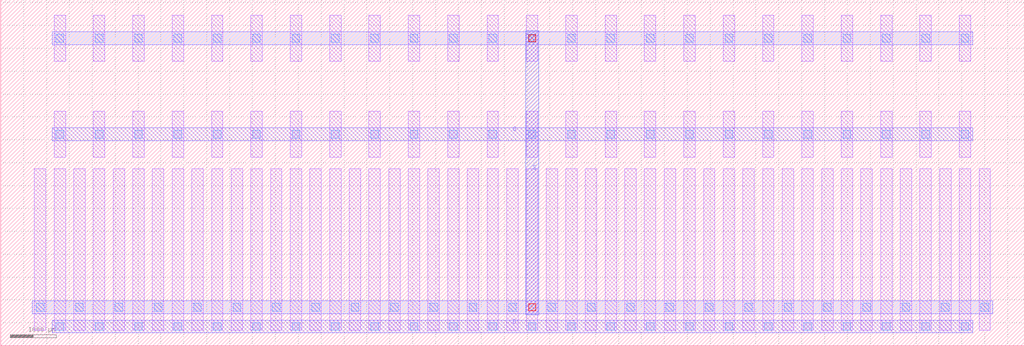
<source format=lef>
MACRO PMOS_S_69344976_X24_Y1
  UNITS 
    DATABASE MICRONS UNITS 1000;
  END UNITS 
  ORIGIN 0 0 ;
  FOREIGN PMOS_S_69344976_X24_Y1 0 0 ;
  SIZE 22360 BY 7560 ;
  PIN D
    DIRECTION INOUT ;
    USE SIGNAL ;
    PORT
      LAYER M2 ;
        RECT 1120 280 21240 560 ;
    END
  END D
  PIN G
    DIRECTION INOUT ;
    USE SIGNAL ;
    PORT
      LAYER M2 ;
        RECT 1120 4480 21240 4760 ;
    END
  END G
  PIN S
    DIRECTION INOUT ;
    USE SIGNAL ;
    PORT
      LAYER M3 ;
        RECT 11470 680 11750 6880 ;
    END
  END S
  OBS
    LAYER M1 ;
      RECT 1165 335 1415 3865 ;
    LAYER M1 ;
      RECT 1165 4115 1415 5125 ;
    LAYER M1 ;
      RECT 1165 6215 1415 7225 ;
    LAYER M1 ;
      RECT 735 335 985 3865 ;
    LAYER M1 ;
      RECT 1595 335 1845 3865 ;
    LAYER M1 ;
      RECT 2025 335 2275 3865 ;
    LAYER M1 ;
      RECT 2025 4115 2275 5125 ;
    LAYER M1 ;
      RECT 2025 6215 2275 7225 ;
    LAYER M1 ;
      RECT 2455 335 2705 3865 ;
    LAYER M1 ;
      RECT 2885 335 3135 3865 ;
    LAYER M1 ;
      RECT 2885 4115 3135 5125 ;
    LAYER M1 ;
      RECT 2885 6215 3135 7225 ;
    LAYER M1 ;
      RECT 3315 335 3565 3865 ;
    LAYER M1 ;
      RECT 3745 335 3995 3865 ;
    LAYER M1 ;
      RECT 3745 4115 3995 5125 ;
    LAYER M1 ;
      RECT 3745 6215 3995 7225 ;
    LAYER M1 ;
      RECT 4175 335 4425 3865 ;
    LAYER M1 ;
      RECT 4605 335 4855 3865 ;
    LAYER M1 ;
      RECT 4605 4115 4855 5125 ;
    LAYER M1 ;
      RECT 4605 6215 4855 7225 ;
    LAYER M1 ;
      RECT 5035 335 5285 3865 ;
    LAYER M1 ;
      RECT 5465 335 5715 3865 ;
    LAYER M1 ;
      RECT 5465 4115 5715 5125 ;
    LAYER M1 ;
      RECT 5465 6215 5715 7225 ;
    LAYER M1 ;
      RECT 5895 335 6145 3865 ;
    LAYER M1 ;
      RECT 6325 335 6575 3865 ;
    LAYER M1 ;
      RECT 6325 4115 6575 5125 ;
    LAYER M1 ;
      RECT 6325 6215 6575 7225 ;
    LAYER M1 ;
      RECT 6755 335 7005 3865 ;
    LAYER M1 ;
      RECT 7185 335 7435 3865 ;
    LAYER M1 ;
      RECT 7185 4115 7435 5125 ;
    LAYER M1 ;
      RECT 7185 6215 7435 7225 ;
    LAYER M1 ;
      RECT 7615 335 7865 3865 ;
    LAYER M1 ;
      RECT 8045 335 8295 3865 ;
    LAYER M1 ;
      RECT 8045 4115 8295 5125 ;
    LAYER M1 ;
      RECT 8045 6215 8295 7225 ;
    LAYER M1 ;
      RECT 8475 335 8725 3865 ;
    LAYER M1 ;
      RECT 8905 335 9155 3865 ;
    LAYER M1 ;
      RECT 8905 4115 9155 5125 ;
    LAYER M1 ;
      RECT 8905 6215 9155 7225 ;
    LAYER M1 ;
      RECT 9335 335 9585 3865 ;
    LAYER M1 ;
      RECT 9765 335 10015 3865 ;
    LAYER M1 ;
      RECT 9765 4115 10015 5125 ;
    LAYER M1 ;
      RECT 9765 6215 10015 7225 ;
    LAYER M1 ;
      RECT 10195 335 10445 3865 ;
    LAYER M1 ;
      RECT 10625 335 10875 3865 ;
    LAYER M1 ;
      RECT 10625 4115 10875 5125 ;
    LAYER M1 ;
      RECT 10625 6215 10875 7225 ;
    LAYER M1 ;
      RECT 11055 335 11305 3865 ;
    LAYER M1 ;
      RECT 11485 335 11735 3865 ;
    LAYER M1 ;
      RECT 11485 4115 11735 5125 ;
    LAYER M1 ;
      RECT 11485 6215 11735 7225 ;
    LAYER M1 ;
      RECT 11915 335 12165 3865 ;
    LAYER M1 ;
      RECT 12345 335 12595 3865 ;
    LAYER M1 ;
      RECT 12345 4115 12595 5125 ;
    LAYER M1 ;
      RECT 12345 6215 12595 7225 ;
    LAYER M1 ;
      RECT 12775 335 13025 3865 ;
    LAYER M1 ;
      RECT 13205 335 13455 3865 ;
    LAYER M1 ;
      RECT 13205 4115 13455 5125 ;
    LAYER M1 ;
      RECT 13205 6215 13455 7225 ;
    LAYER M1 ;
      RECT 13635 335 13885 3865 ;
    LAYER M1 ;
      RECT 14065 335 14315 3865 ;
    LAYER M1 ;
      RECT 14065 4115 14315 5125 ;
    LAYER M1 ;
      RECT 14065 6215 14315 7225 ;
    LAYER M1 ;
      RECT 14495 335 14745 3865 ;
    LAYER M1 ;
      RECT 14925 335 15175 3865 ;
    LAYER M1 ;
      RECT 14925 4115 15175 5125 ;
    LAYER M1 ;
      RECT 14925 6215 15175 7225 ;
    LAYER M1 ;
      RECT 15355 335 15605 3865 ;
    LAYER M1 ;
      RECT 15785 335 16035 3865 ;
    LAYER M1 ;
      RECT 15785 4115 16035 5125 ;
    LAYER M1 ;
      RECT 15785 6215 16035 7225 ;
    LAYER M1 ;
      RECT 16215 335 16465 3865 ;
    LAYER M1 ;
      RECT 16645 335 16895 3865 ;
    LAYER M1 ;
      RECT 16645 4115 16895 5125 ;
    LAYER M1 ;
      RECT 16645 6215 16895 7225 ;
    LAYER M1 ;
      RECT 17075 335 17325 3865 ;
    LAYER M1 ;
      RECT 17505 335 17755 3865 ;
    LAYER M1 ;
      RECT 17505 4115 17755 5125 ;
    LAYER M1 ;
      RECT 17505 6215 17755 7225 ;
    LAYER M1 ;
      RECT 17935 335 18185 3865 ;
    LAYER M1 ;
      RECT 18365 335 18615 3865 ;
    LAYER M1 ;
      RECT 18365 4115 18615 5125 ;
    LAYER M1 ;
      RECT 18365 6215 18615 7225 ;
    LAYER M1 ;
      RECT 18795 335 19045 3865 ;
    LAYER M1 ;
      RECT 19225 335 19475 3865 ;
    LAYER M1 ;
      RECT 19225 4115 19475 5125 ;
    LAYER M1 ;
      RECT 19225 6215 19475 7225 ;
    LAYER M1 ;
      RECT 19655 335 19905 3865 ;
    LAYER M1 ;
      RECT 20085 335 20335 3865 ;
    LAYER M1 ;
      RECT 20085 4115 20335 5125 ;
    LAYER M1 ;
      RECT 20085 6215 20335 7225 ;
    LAYER M1 ;
      RECT 20515 335 20765 3865 ;
    LAYER M1 ;
      RECT 20945 335 21195 3865 ;
    LAYER M1 ;
      RECT 20945 4115 21195 5125 ;
    LAYER M1 ;
      RECT 20945 6215 21195 7225 ;
    LAYER M1 ;
      RECT 21375 335 21625 3865 ;
    LAYER M2 ;
      RECT 1120 6580 21240 6860 ;
    LAYER M2 ;
      RECT 690 700 21670 980 ;
    LAYER V1 ;
      RECT 1205 335 1375 505 ;
    LAYER V1 ;
      RECT 1205 4535 1375 4705 ;
    LAYER V1 ;
      RECT 1205 6635 1375 6805 ;
    LAYER V1 ;
      RECT 2065 335 2235 505 ;
    LAYER V1 ;
      RECT 2065 4535 2235 4705 ;
    LAYER V1 ;
      RECT 2065 6635 2235 6805 ;
    LAYER V1 ;
      RECT 2925 335 3095 505 ;
    LAYER V1 ;
      RECT 2925 4535 3095 4705 ;
    LAYER V1 ;
      RECT 2925 6635 3095 6805 ;
    LAYER V1 ;
      RECT 3785 335 3955 505 ;
    LAYER V1 ;
      RECT 3785 4535 3955 4705 ;
    LAYER V1 ;
      RECT 3785 6635 3955 6805 ;
    LAYER V1 ;
      RECT 4645 335 4815 505 ;
    LAYER V1 ;
      RECT 4645 4535 4815 4705 ;
    LAYER V1 ;
      RECT 4645 6635 4815 6805 ;
    LAYER V1 ;
      RECT 5505 335 5675 505 ;
    LAYER V1 ;
      RECT 5505 4535 5675 4705 ;
    LAYER V1 ;
      RECT 5505 6635 5675 6805 ;
    LAYER V1 ;
      RECT 6365 335 6535 505 ;
    LAYER V1 ;
      RECT 6365 4535 6535 4705 ;
    LAYER V1 ;
      RECT 6365 6635 6535 6805 ;
    LAYER V1 ;
      RECT 7225 335 7395 505 ;
    LAYER V1 ;
      RECT 7225 4535 7395 4705 ;
    LAYER V1 ;
      RECT 7225 6635 7395 6805 ;
    LAYER V1 ;
      RECT 8085 335 8255 505 ;
    LAYER V1 ;
      RECT 8085 4535 8255 4705 ;
    LAYER V1 ;
      RECT 8085 6635 8255 6805 ;
    LAYER V1 ;
      RECT 8945 335 9115 505 ;
    LAYER V1 ;
      RECT 8945 4535 9115 4705 ;
    LAYER V1 ;
      RECT 8945 6635 9115 6805 ;
    LAYER V1 ;
      RECT 9805 335 9975 505 ;
    LAYER V1 ;
      RECT 9805 4535 9975 4705 ;
    LAYER V1 ;
      RECT 9805 6635 9975 6805 ;
    LAYER V1 ;
      RECT 10665 335 10835 505 ;
    LAYER V1 ;
      RECT 10665 4535 10835 4705 ;
    LAYER V1 ;
      RECT 10665 6635 10835 6805 ;
    LAYER V1 ;
      RECT 11525 335 11695 505 ;
    LAYER V1 ;
      RECT 11525 4535 11695 4705 ;
    LAYER V1 ;
      RECT 11525 6635 11695 6805 ;
    LAYER V1 ;
      RECT 12385 335 12555 505 ;
    LAYER V1 ;
      RECT 12385 4535 12555 4705 ;
    LAYER V1 ;
      RECT 12385 6635 12555 6805 ;
    LAYER V1 ;
      RECT 13245 335 13415 505 ;
    LAYER V1 ;
      RECT 13245 4535 13415 4705 ;
    LAYER V1 ;
      RECT 13245 6635 13415 6805 ;
    LAYER V1 ;
      RECT 14105 335 14275 505 ;
    LAYER V1 ;
      RECT 14105 4535 14275 4705 ;
    LAYER V1 ;
      RECT 14105 6635 14275 6805 ;
    LAYER V1 ;
      RECT 14965 335 15135 505 ;
    LAYER V1 ;
      RECT 14965 4535 15135 4705 ;
    LAYER V1 ;
      RECT 14965 6635 15135 6805 ;
    LAYER V1 ;
      RECT 15825 335 15995 505 ;
    LAYER V1 ;
      RECT 15825 4535 15995 4705 ;
    LAYER V1 ;
      RECT 15825 6635 15995 6805 ;
    LAYER V1 ;
      RECT 16685 335 16855 505 ;
    LAYER V1 ;
      RECT 16685 4535 16855 4705 ;
    LAYER V1 ;
      RECT 16685 6635 16855 6805 ;
    LAYER V1 ;
      RECT 17545 335 17715 505 ;
    LAYER V1 ;
      RECT 17545 4535 17715 4705 ;
    LAYER V1 ;
      RECT 17545 6635 17715 6805 ;
    LAYER V1 ;
      RECT 18405 335 18575 505 ;
    LAYER V1 ;
      RECT 18405 4535 18575 4705 ;
    LAYER V1 ;
      RECT 18405 6635 18575 6805 ;
    LAYER V1 ;
      RECT 19265 335 19435 505 ;
    LAYER V1 ;
      RECT 19265 4535 19435 4705 ;
    LAYER V1 ;
      RECT 19265 6635 19435 6805 ;
    LAYER V1 ;
      RECT 20125 335 20295 505 ;
    LAYER V1 ;
      RECT 20125 4535 20295 4705 ;
    LAYER V1 ;
      RECT 20125 6635 20295 6805 ;
    LAYER V1 ;
      RECT 20985 335 21155 505 ;
    LAYER V1 ;
      RECT 20985 4535 21155 4705 ;
    LAYER V1 ;
      RECT 20985 6635 21155 6805 ;
    LAYER V1 ;
      RECT 775 755 945 925 ;
    LAYER V1 ;
      RECT 1635 755 1805 925 ;
    LAYER V1 ;
      RECT 2495 755 2665 925 ;
    LAYER V1 ;
      RECT 3355 755 3525 925 ;
    LAYER V1 ;
      RECT 4215 755 4385 925 ;
    LAYER V1 ;
      RECT 5075 755 5245 925 ;
    LAYER V1 ;
      RECT 5935 755 6105 925 ;
    LAYER V1 ;
      RECT 6795 755 6965 925 ;
    LAYER V1 ;
      RECT 7655 755 7825 925 ;
    LAYER V1 ;
      RECT 8515 755 8685 925 ;
    LAYER V1 ;
      RECT 9375 755 9545 925 ;
    LAYER V1 ;
      RECT 10235 755 10405 925 ;
    LAYER V1 ;
      RECT 11095 755 11265 925 ;
    LAYER V1 ;
      RECT 11955 755 12125 925 ;
    LAYER V1 ;
      RECT 12815 755 12985 925 ;
    LAYER V1 ;
      RECT 13675 755 13845 925 ;
    LAYER V1 ;
      RECT 14535 755 14705 925 ;
    LAYER V1 ;
      RECT 15395 755 15565 925 ;
    LAYER V1 ;
      RECT 16255 755 16425 925 ;
    LAYER V1 ;
      RECT 17115 755 17285 925 ;
    LAYER V1 ;
      RECT 17975 755 18145 925 ;
    LAYER V1 ;
      RECT 18835 755 19005 925 ;
    LAYER V1 ;
      RECT 19695 755 19865 925 ;
    LAYER V1 ;
      RECT 20555 755 20725 925 ;
    LAYER V1 ;
      RECT 21415 755 21585 925 ;
    LAYER V2 ;
      RECT 11535 765 11685 915 ;
    LAYER V2 ;
      RECT 11535 6645 11685 6795 ;
  END
END PMOS_S_69344976_X24_Y1

</source>
